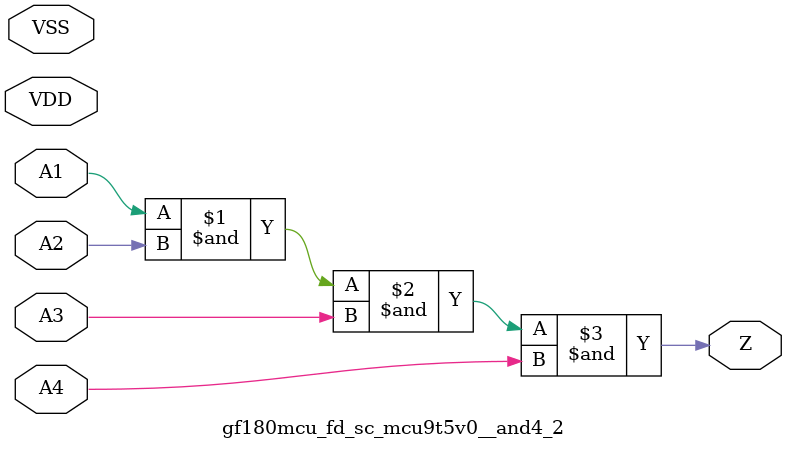
<source format=v>

module gf180mcu_fd_sc_mcu9t5v0__and4_2( A1, A2, A3, A4, Z, VDD, VSS );
input A1, A2, A3, A4;
inout VDD, VSS;
output Z;

	and MGM_BG_0( Z, A1, A2, A3, A4 );

endmodule

</source>
